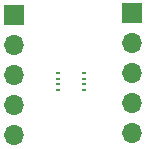
<source format=gbr>
%TF.GenerationSoftware,KiCad,Pcbnew,(6.0.4)*%
%TF.CreationDate,2023-08-09T14:35:33-04:00*%
%TF.ProjectId,MS32,4d533332-2e6b-4696-9361-645f70636258,rev?*%
%TF.SameCoordinates,Original*%
%TF.FileFunction,Soldermask,Top*%
%TF.FilePolarity,Negative*%
%FSLAX46Y46*%
G04 Gerber Fmt 4.6, Leading zero omitted, Abs format (unit mm)*
G04 Created by KiCad (PCBNEW (6.0.4)) date 2023-08-09 14:35:33*
%MOMM*%
%LPD*%
G01*
G04 APERTURE LIST*
%ADD10R,0.300000X0.250000*%
%ADD11R,1.700000X1.700000*%
%ADD12O,1.700000X1.700000*%
G04 APERTURE END LIST*
D10*
%TO.C,U1*%
X106850000Y-106850000D03*
X106850000Y-106350000D03*
X106850000Y-105850000D03*
X106850000Y-105350000D03*
X104650000Y-105350000D03*
X104650000Y-105850000D03*
X104650000Y-106350000D03*
X104650000Y-106850000D03*
%TD*%
D11*
%TO.C,J2*%
X110850000Y-100325000D03*
D12*
X110850000Y-102865000D03*
X110850000Y-105405000D03*
X110850000Y-107945000D03*
X110850000Y-110485000D03*
%TD*%
D11*
%TO.C,J1*%
X100850000Y-100500000D03*
D12*
X100850000Y-103040000D03*
X100850000Y-105580000D03*
X100850000Y-108120000D03*
X100850000Y-110660000D03*
%TD*%
M02*

</source>
